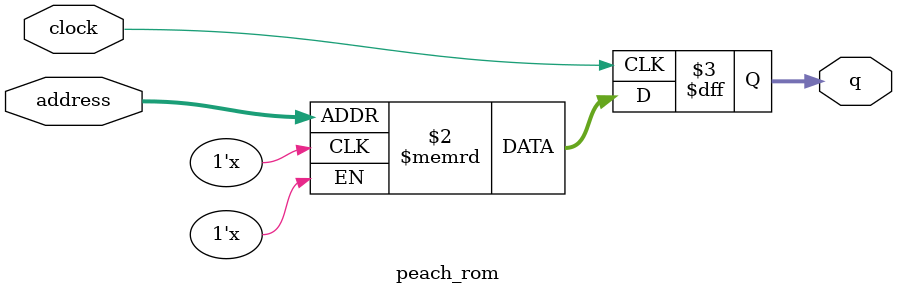
<source format=sv>
module peach_rom (
	input logic clock,
	input logic [10:0] address,
	output logic [7:0] q
);

logic [7:0] memory [0:1999] /* synthesis ram_init_file = "./peach/peach.mif" */;

always_ff @ (posedge clock) begin
	q <= memory[address];
end

endmodule

</source>
